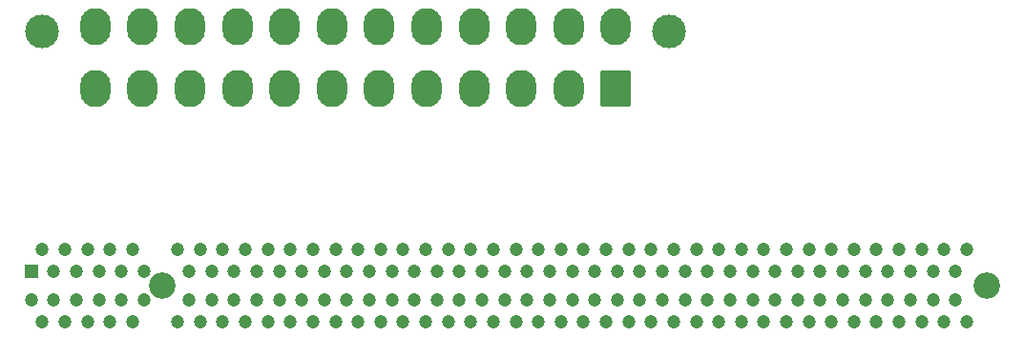
<source format=gbs>
G04 #@! TF.GenerationSoftware,KiCad,Pcbnew,7.0.10*
G04 #@! TF.CreationDate,2024-01-15T21:05:21-07:00*
G04 #@! TF.ProjectId,RPI 5 PCIE,52504920-3520-4504-9349-452e6b696361,rev?*
G04 #@! TF.SameCoordinates,Original*
G04 #@! TF.FileFunction,Soldermask,Bot*
G04 #@! TF.FilePolarity,Negative*
%FSLAX46Y46*%
G04 Gerber Fmt 4.6, Leading zero omitted, Abs format (unit mm)*
G04 Created by KiCad (PCBNEW 7.0.10) date 2024-01-15 21:05:21*
%MOMM*%
%LPD*%
G01*
G04 APERTURE LIST*
G04 Aperture macros list*
%AMRoundRect*
0 Rectangle with rounded corners*
0 $1 Rounding radius*
0 $2 $3 $4 $5 $6 $7 $8 $9 X,Y pos of 4 corners*
0 Add a 4 corners polygon primitive as box body*
4,1,4,$2,$3,$4,$5,$6,$7,$8,$9,$2,$3,0*
0 Add four circle primitives for the rounded corners*
1,1,$1+$1,$2,$3*
1,1,$1+$1,$4,$5*
1,1,$1+$1,$6,$7*
1,1,$1+$1,$8,$9*
0 Add four rect primitives between the rounded corners*
20,1,$1+$1,$2,$3,$4,$5,0*
20,1,$1+$1,$4,$5,$6,$7,0*
20,1,$1+$1,$6,$7,$8,$9,0*
20,1,$1+$1,$8,$9,$2,$3,0*%
G04 Aperture macros list end*
%ADD10O,2.700000X3.300000*%
%ADD11RoundRect,0.250001X1.099999X1.399999X-1.099999X1.399999X-1.099999X-1.399999X1.099999X-1.399999X0*%
%ADD12C,3.000000*%
%ADD13C,1.200000*%
%ADD14R,1.200000X1.200000*%
%ADD15C,2.350000*%
G04 APERTURE END LIST*
D10*
X109400000Y-92700000D03*
X113600000Y-92700000D03*
X117800000Y-92700000D03*
X122000000Y-92700000D03*
X126200000Y-92700000D03*
X130400000Y-92700000D03*
X134600000Y-92700000D03*
X138800000Y-92700000D03*
X143000000Y-92700000D03*
X147200000Y-92700000D03*
X151400000Y-92700000D03*
X155600000Y-92700000D03*
X109400000Y-98200000D03*
X113600000Y-98200000D03*
X117800000Y-98200000D03*
X122000000Y-98200000D03*
X126200000Y-98200000D03*
X130400000Y-98200000D03*
X134600000Y-98200000D03*
X138800000Y-98200000D03*
X143000000Y-98200000D03*
X147200000Y-98200000D03*
X151400000Y-98200000D03*
D11*
X155600000Y-98200000D03*
D12*
X104700000Y-93160000D03*
X160300000Y-93160000D03*
D13*
X186719365Y-119000000D03*
X185719365Y-117000000D03*
X184719365Y-119000000D03*
X183719365Y-117000000D03*
X182719365Y-119000000D03*
X181719365Y-117000000D03*
X180719365Y-119000000D03*
X179719365Y-117000000D03*
X178719365Y-119000000D03*
X177719365Y-117000000D03*
X176719365Y-119000000D03*
X175719365Y-117000000D03*
X174719365Y-119000000D03*
X173719365Y-117000000D03*
X172719365Y-119000000D03*
X171719365Y-117000000D03*
X170719365Y-119000000D03*
X169719365Y-117000000D03*
X168719365Y-119000000D03*
X167719365Y-117000000D03*
X166719365Y-119000000D03*
X165719365Y-117000000D03*
X164719365Y-119000000D03*
X163719365Y-117000000D03*
X162719365Y-119000000D03*
X161719365Y-117000000D03*
X160719365Y-119000000D03*
X159719365Y-117000000D03*
X158719365Y-119000000D03*
X157719365Y-117000000D03*
X156719365Y-119000000D03*
X155719365Y-117000000D03*
X154719365Y-119000000D03*
X153719365Y-117000000D03*
X152719365Y-119000000D03*
X151719365Y-117000000D03*
X150719365Y-119000000D03*
X149719365Y-117000000D03*
X148719365Y-119000000D03*
X147719365Y-117000000D03*
X146719365Y-119000000D03*
X145719365Y-117000000D03*
X144719365Y-119000000D03*
X143719365Y-117000000D03*
X142719365Y-119000000D03*
X141719365Y-117000000D03*
X140719365Y-119000000D03*
X139719365Y-117000000D03*
X138719365Y-119000000D03*
X137719365Y-117000000D03*
X136719365Y-119000000D03*
X135719365Y-117000000D03*
X134719365Y-119000000D03*
X133719365Y-117000000D03*
X132719365Y-119000000D03*
X131719365Y-117000000D03*
X130719365Y-119000000D03*
X129719365Y-117000000D03*
X128719365Y-119000000D03*
X127719365Y-117000000D03*
X126719365Y-119000000D03*
X125719365Y-117000000D03*
X124719365Y-119000000D03*
X123719365Y-117000000D03*
X122719365Y-119000000D03*
X121719365Y-117000000D03*
X120719365Y-119000000D03*
X119719365Y-117000000D03*
X118719365Y-119000000D03*
X117719365Y-117000000D03*
X116719365Y-119000000D03*
X113719365Y-117000000D03*
X112719365Y-119000000D03*
X111719365Y-117000000D03*
X110719365Y-119000000D03*
X109719365Y-117000000D03*
X108719365Y-119000000D03*
X107719365Y-117000000D03*
X106719365Y-119000000D03*
X105719365Y-117000000D03*
X104719365Y-119000000D03*
X103719365Y-117000000D03*
X186719365Y-112500000D03*
X185719365Y-114500000D03*
X184719365Y-112500000D03*
X183719365Y-114500000D03*
X182719365Y-112500000D03*
X181719365Y-114500000D03*
X180719365Y-112500000D03*
X179719365Y-114500000D03*
X178719365Y-112500000D03*
X177719365Y-114500000D03*
X176719365Y-112500000D03*
X175719365Y-114500000D03*
X174719365Y-112500000D03*
X173719365Y-114500000D03*
X172719365Y-112500000D03*
X171719365Y-114500000D03*
X170719365Y-112500000D03*
X169719365Y-114500000D03*
X168719365Y-112500000D03*
X167719365Y-114500000D03*
X166719365Y-112500000D03*
X165719365Y-114500000D03*
X164719365Y-112500000D03*
X163719365Y-114500000D03*
X162719365Y-112500000D03*
X161719365Y-114500000D03*
X160719365Y-112500000D03*
X159719365Y-114500000D03*
X158719365Y-112500000D03*
X157719365Y-114500000D03*
X156719365Y-112500000D03*
X155719365Y-114500000D03*
X154719365Y-112500000D03*
X153719365Y-114500000D03*
X152719365Y-112500000D03*
X151719365Y-114500000D03*
X150719365Y-112500000D03*
X149719365Y-114500000D03*
X148719365Y-112500000D03*
X147719365Y-114500000D03*
X146719365Y-112500000D03*
X145719365Y-114500000D03*
X144719365Y-112500000D03*
X143719365Y-114500000D03*
X142719365Y-112500000D03*
X141719365Y-114500000D03*
X140719365Y-112500000D03*
X139719365Y-114500000D03*
X138719365Y-112500000D03*
X137719365Y-114500000D03*
X136719365Y-112500000D03*
X135719365Y-114500000D03*
X134719365Y-112500000D03*
X133719365Y-114500000D03*
X132719365Y-112500000D03*
X131719365Y-114500000D03*
X130719365Y-112500000D03*
X129719365Y-114500000D03*
X128719365Y-112500000D03*
X127719365Y-114500000D03*
X126719365Y-112500000D03*
X125719365Y-114500000D03*
X124719365Y-112500000D03*
X123719365Y-114500000D03*
X122719365Y-112500000D03*
X121719365Y-114500000D03*
X120719365Y-112500000D03*
X119719365Y-114500000D03*
X118719365Y-112500000D03*
X117719365Y-114500000D03*
X116719365Y-112500000D03*
X113719365Y-114500000D03*
X112719365Y-112500000D03*
X111719365Y-114500000D03*
X110719365Y-112500000D03*
X109719365Y-114500000D03*
X108719365Y-112500000D03*
X107719365Y-114500000D03*
X106719365Y-112500000D03*
X105719365Y-114500000D03*
X104719365Y-112500000D03*
D14*
X103719365Y-114500000D03*
D15*
X188519365Y-115750000D03*
X115369365Y-115750000D03*
M02*

</source>
